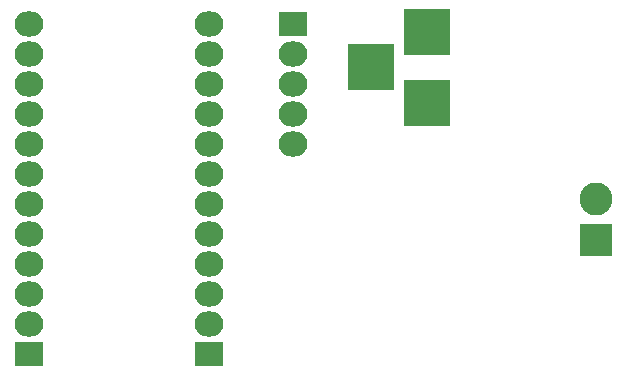
<source format=gbs>
G04 #@! TF.FileFunction,Soldermask,Bot*
%FSLAX46Y46*%
G04 Gerber Fmt 4.6, Leading zero omitted, Abs format (unit mm)*
G04 Created by KiCad (PCBNEW 4.0.2-stable) date Wednesday, July 27, 2016 'PMt' 01:40:30 PM*
%MOMM*%
G01*
G04 APERTURE LIST*
%ADD10C,0.100000*%
%ADD11R,3.900120X3.900120*%
%ADD12R,2.432000X2.127200*%
%ADD13O,2.432000X2.127200*%
%ADD14C,2.800000*%
%ADD15R,2.800000X2.800000*%
G04 APERTURE END LIST*
D10*
D11*
X140335000Y-99344480D03*
X140335000Y-93345000D03*
X135636000Y-96344740D03*
D12*
X121920000Y-120650000D03*
D13*
X121920000Y-118110000D03*
X121920000Y-115570000D03*
X121920000Y-113030000D03*
X121920000Y-110490000D03*
X121920000Y-107950000D03*
X121920000Y-105410000D03*
X121920000Y-102870000D03*
X121920000Y-100330000D03*
X121920000Y-97790000D03*
X121920000Y-95250000D03*
X121920000Y-92710000D03*
D12*
X129032000Y-92710000D03*
D13*
X129032000Y-95250000D03*
X129032000Y-97790000D03*
X129032000Y-100330000D03*
X129032000Y-102870000D03*
D14*
X154686000Y-107498000D03*
D15*
X154686000Y-110998000D03*
D12*
X106680000Y-120650000D03*
D13*
X106680000Y-118110000D03*
X106680000Y-115570000D03*
X106680000Y-113030000D03*
X106680000Y-110490000D03*
X106680000Y-107950000D03*
X106680000Y-105410000D03*
X106680000Y-102870000D03*
X106680000Y-100330000D03*
X106680000Y-97790000D03*
X106680000Y-95250000D03*
X106680000Y-92710000D03*
M02*

</source>
